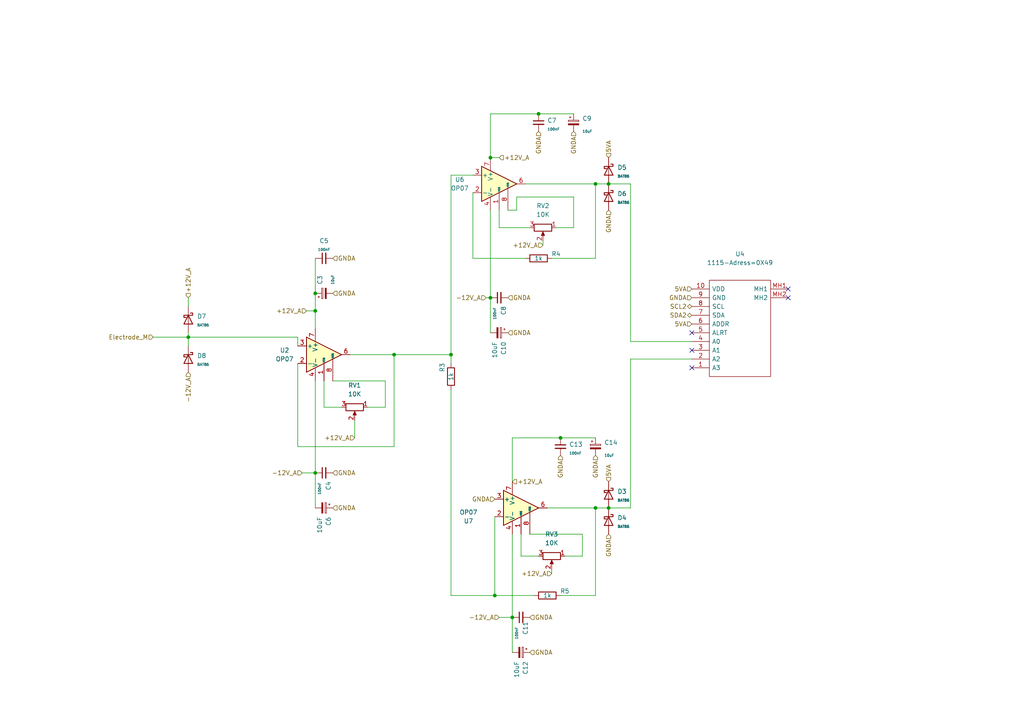
<source format=kicad_sch>
(kicad_sch (version 20211123) (generator eeschema)
  (paper "A4")
  (lib_symbols
    (symbol "1085:1085" (pin_names (offset 0.762))
      (property "Reference" "IC" (at 24.13 7.62 0))
      (property "Value" "1085" (at 24.13 5.08 0))
      (symbol "1085_0_0"
        (pin passive line (at 0 -22.86 0) (length 5.08) (name "A3") (number "1"))
        (pin passive line (at 0 0 0) (length 5.08) (name "VDD") (number "10"))
        (pin passive line (at 0 -20.32 0) (length 5.08) (name "A2") (number "2"))
        (pin passive line (at 0 -17.78 0) (length 5.08) (name "A1") (number "3"))
        (pin passive line (at 0 -15.24 0) (length 5.08) (name "A0") (number "4"))
        (pin passive line (at 0 -12.7 0) (length 5.08) (name "ALRT") (number "5"))
        (pin passive line (at 0 -10.16 0) (length 5.08) (name "ADDR") (number "6"))
        (pin passive line (at 0 -7.62 0) (length 5.08) (name "SDA") (number "7"))
        (pin passive line (at 0 -5.08 0) (length 5.08) (name "SCL") (number "8"))
        (pin passive line (at 0 -2.54 0) (length 5.08) (name "GND") (number "9"))
        (pin passive line (at 27.94 0 180) (length 5.08) (name "MH1") (number "MH1"))
        (pin passive line (at 27.94 -2.54 180) (length 5.08) (name "MH2") (number "MH2"))
      )
      (symbol "1085_0_1"
        (polyline (pts (xy 5.08 2.54) (xy 22.86 2.54) (xy 22.86 -25.4) (xy 5.08 -25.4) (xy 5.08 2.54)) (stroke (width 0.1524)))
      )
    )
    (symbol "Amplifier_Operational:OP07" (pin_names (offset 0.127))
      (property "Reference" "U" (at 1.27 6.35 0))
      (property "Value" "OP07" (at 1.27 3.81 0))
      (symbol "OP07_0_1"
        (polyline (pts (xy -5.08 5.08) (xy 5.08 0) (xy -5.08 -5.08) (xy -5.08 5.08)) (stroke (width 0.254)) (fill (type background)))
      )
      (symbol "OP07_1_1"
        (pin input line (at 0 -7.62 90) (length 5.08) (name "VOS") (number "1"))
        (pin input line (at -7.62 -2.54 0) (length 2.54) (name "-") (number "2"))
        (pin input line (at -7.62 2.54 0) (length 2.54) (name "+") (number "3"))
        (pin power_in line (at -2.54 -7.62 90) (length 3.81) (name "V-") (number "4"))
        (pin no_connect line (at 0 2.54 270) (length 2.54) hide (name "NC") (number "5"))
        (pin output line (at 7.62 0 180) (length 2.54) (name "~") (number "6"))
        (pin power_in line (at -2.54 7.62 270) (length 3.81) (name "V+") (number "7"))
        (pin input line (at 2.54 -7.62 90) (length 6.35) (name "VOS") (number "8"))
      )
    )
    (symbol "Device:C_Polarized_Small" (pin_numbers hide) (pin_names (offset 0.254) hide)
      (property "Reference" "C" (at 0.254 1.778 0))
      (property "Value" "C_Polarized_Small" (at 0.254 -2.032 0))
      (symbol "C_Polarized_Small_0_1"
        (rectangle (start -1.524 -0.3048) (end 1.524 -0.6858) (fill (type outline)))
        (rectangle (start -1.524 0.6858) (end 1.524 0.3048))
        (polyline (pts (xy -1.27 1.524) (xy -0.762 1.524)))
        (polyline (pts (xy -1.016 1.27) (xy -1.016 1.778)))
      )
      (symbol "C_Polarized_Small_1_1"
        (pin passive line (at 0 2.54 270) (length 1.8542) (name "~") (number "1"))
        (pin passive line (at 0 -2.54 90) (length 1.8542) (name "~") (number "2"))
      )
    )
    (symbol "Device:C_Small" (pin_numbers hide) (pin_names (offset 0.254) hide)
      (property "Reference" "C" (at 0.254 1.778 0))
      (property "Value" "C_Small" (at 0.254 -2.032 0))
      (symbol "C_Small_0_1"
        (polyline (pts (xy -1.524 -0.508) (xy 1.524 -0.508)) (stroke (width 0.3302)))
        (polyline (pts (xy -1.524 0.508) (xy 1.524 0.508)) (stroke (width 0.3048)))
      )
      (symbol "C_Small_1_1"
        (pin passive line (at 0 2.54 270) (length 2.032) (name "~") (number "1"))
        (pin passive line (at 0 -2.54 90) (length 2.032) (name "~") (number "2"))
      )
    )
    (symbol "Device:R" (pin_numbers hide) (pin_names (offset 0))
      (property "Reference" "R" (at 2.032 0 90))
      (property "Value" "R" (at 0 0 90))
      (symbol "R_0_1"
        (rectangle (start -1.016 -2.54) (end 1.016 2.54) (stroke (width 0.254)))
      )
      (symbol "R_1_1"
        (pin passive line (at 0 3.81 270) (length 1.27) (name "~") (number "1"))
        (pin passive line (at 0 -3.81 90) (length 1.27) (name "~") (number "2"))
      )
    )
    (symbol "Device:R_Potentiometer" (pin_names (offset 1.016) hide)
      (property "Reference" "RV" (at -4.445 0 90))
      (property "Value" "R_Potentiometer" (at -2.54 0 90))
      (symbol "R_Potentiometer_0_1"
        (polyline (pts (xy 2.54 0) (xy 1.524 0)))
        (polyline (pts (xy 1.143 0) (xy 2.286 0.508) (xy 2.286 -0.508) (xy 1.143 0)) (fill (type outline)))
        (rectangle (start 1.016 2.54) (end -1.016 -2.54) (stroke (width 0.254)))
      )
      (symbol "R_Potentiometer_1_1"
        (pin passive line (at 0 3.81 270) (length 1.27) (name "1") (number "1"))
        (pin passive line (at 3.81 0 180) (length 1.27) (name "2") (number "2"))
        (pin passive line (at 0 -3.81 90) (length 1.27) (name "3") (number "3"))
      )
    )
    (symbol "Diode:BAT86" (pin_numbers hide) (pin_names (offset 1.016) hide)
      (property "Reference" "D" (at 0 2.54 0))
      (property "Value" "BAT86" (at 0 -2.54 0))
      (symbol "BAT86_0_1"
        (polyline (pts (xy 1.27 0) (xy -1.27 0)))
        (polyline (pts (xy 1.27 1.27) (xy 1.27 -1.27) (xy -1.27 0) (xy 1.27 1.27)) (stroke (width 0.254)))
        (polyline (pts (xy -1.905 0.635) (xy -1.905 1.27) (xy -1.27 1.27) (xy -1.27 -1.27) (xy -0.635 -1.27) (xy -0.635 -0.635)) (stroke (width 0.254)))
      )
      (symbol "BAT86_1_1"
        (pin passive line (at -3.81 0 0) (length 2.54) (name "K") (number "1"))
        (pin passive line (at 3.81 0 180) (length 2.54) (name "A") (number "2"))
      )
    )
  )
  (junction (at 172.72 147.32))
  (junction (at 91.44 85.09))
  (junction (at 172.72 53.34))
  (junction (at 91.44 137.16))
  (junction (at 162.56 127))
  (junction (at 156.21 33.02))
  (junction (at 54.61 97.79))
  (junction (at 130.81 102.87))
  (junction (at 142.24 86.36))
  (junction (at 143.51 172.72))
  (junction (at 148.59 179.07))
  (junction (at 176.53 53.34))
  (junction (at 142.24 45.72))
  (junction (at 114.3 102.87))
  (junction (at 176.53 147.32))
  (junction (at 91.44 90.17))
  (no_connect (at 228.6 86.36))
  (no_connect (at 200.66 101.6))
  (no_connect (at 228.6 83.82))
  (no_connect (at 200.66 96.52))
  (no_connect (at 200.66 106.68))
  (wire (pts (xy 130.81 172.72) (xy 143.51 172.72)))
  (wire (pts (xy 96.52 110.49) (xy 111.76 110.49)))
  (wire (pts (xy 142.24 60.96) (xy 142.24 86.36)))
  (wire (pts (xy 148.59 127) (xy 148.59 139.7)))
  (wire (pts (xy 137.16 50.8) (xy 130.81 50.8)))
  (wire (pts (xy 91.44 110.49) (xy 91.44 137.16)))
  (wire (pts (xy 143.51 149.86) (xy 143.51 172.72)))
  (wire (pts (xy 144.78 60.96) (xy 144.78 66.04)))
  (wire (pts (xy 200.66 104.14) (xy 182.88 104.14)))
  (wire (pts (xy 114.3 102.87) (xy 114.3 129.54)))
  (wire (pts (xy 142.24 86.36) (xy 142.24 96.52)))
  (wire (pts (xy 157.48 69.85) (xy 157.48 71.12)))
  (wire (pts (xy 168.91 154.94) (xy 168.91 161.29)))
  (wire (pts (xy 142.24 33.02) (xy 142.24 45.72)))
  (wire (pts (xy 151.13 161.29) (xy 156.21 161.29)))
  (wire (pts (xy 111.76 118.11) (xy 106.68 118.11)))
  (wire (pts (xy 168.91 161.29) (xy 163.83 161.29)))
  (wire (pts (xy 91.44 137.16) (xy 91.44 147.32)))
  (wire (pts (xy 156.21 33.02) (xy 166.37 33.02)))
  (wire (pts (xy 102.87 121.92) (xy 102.87 127)))
  (wire (pts (xy 130.81 113.03) (xy 130.81 172.72)))
  (wire (pts (xy 172.72 147.32) (xy 176.53 147.32)))
  (wire (pts (xy 91.44 90.17) (xy 91.44 95.25)))
  (wire (pts (xy 172.72 53.34) (xy 152.4 53.34)))
  (wire (pts (xy 149.86 57.15) (xy 166.37 57.15)))
  (wire (pts (xy 182.88 147.32) (xy 176.53 147.32)))
  (wire (pts (xy 200.66 99.06) (xy 182.88 99.06)))
  (wire (pts (xy 182.88 53.34) (xy 182.88 99.06)))
  (wire (pts (xy 137.16 55.88) (xy 137.16 74.93)))
  (wire (pts (xy 148.59 154.94) (xy 148.59 179.07)))
  (wire (pts (xy 111.76 110.49) (xy 111.76 118.11)))
  (wire (pts (xy 54.61 86.36) (xy 54.61 88.9)))
  (wire (pts (xy 86.36 129.54) (xy 114.3 129.54)))
  (wire (pts (xy 176.53 53.34) (xy 182.88 53.34)))
  (wire (pts (xy 91.44 85.09) (xy 91.44 90.17)))
  (wire (pts (xy 130.81 102.87) (xy 130.81 105.41)))
  (wire (pts (xy 149.86 60.96) (xy 149.86 57.15)))
  (wire (pts (xy 172.72 172.72) (xy 172.72 147.32)))
  (wire (pts (xy 142.24 33.02) (xy 156.21 33.02)))
  (wire (pts (xy 182.88 104.14) (xy 182.88 147.32)))
  (wire (pts (xy 130.81 50.8) (xy 130.81 102.87)))
  (wire (pts (xy 88.9 90.17) (xy 91.44 90.17)))
  (wire (pts (xy 54.61 97.79) (xy 54.61 100.33)))
  (wire (pts (xy 172.72 53.34) (xy 176.53 53.34)))
  (wire (pts (xy 158.75 147.32) (xy 172.72 147.32)))
  (wire (pts (xy 172.72 53.34) (xy 172.72 74.93)))
  (wire (pts (xy 160.02 165.1) (xy 160.02 166.37)))
  (wire (pts (xy 172.72 74.93) (xy 160.02 74.93)))
  (wire (pts (xy 144.78 179.07) (xy 148.59 179.07)))
  (wire (pts (xy 91.44 74.93) (xy 91.44 85.09)))
  (wire (pts (xy 143.51 172.72) (xy 154.94 172.72)))
  (wire (pts (xy 54.61 97.79) (xy 86.36 97.79)))
  (wire (pts (xy 166.37 66.04) (xy 161.29 66.04)))
  (wire (pts (xy 101.6 102.87) (xy 114.3 102.87)))
  (wire (pts (xy 144.78 66.04) (xy 153.67 66.04)))
  (wire (pts (xy 151.13 154.94) (xy 151.13 161.29)))
  (wire (pts (xy 153.67 154.94) (xy 168.91 154.94)))
  (wire (pts (xy 86.36 105.41) (xy 86.36 129.54)))
  (wire (pts (xy 93.98 118.11) (xy 99.06 118.11)))
  (wire (pts (xy 162.56 127) (xy 172.72 127)))
  (wire (pts (xy 137.16 74.93) (xy 152.4 74.93)))
  (wire (pts (xy 87.63 137.16) (xy 91.44 137.16)))
  (wire (pts (xy 162.56 172.72) (xy 172.72 172.72)))
  (wire (pts (xy 140.97 86.36) (xy 142.24 86.36)))
  (wire (pts (xy 86.36 97.79) (xy 86.36 100.33)))
  (wire (pts (xy 93.98 110.49) (xy 93.98 118.11)))
  (wire (pts (xy 166.37 57.15) (xy 166.37 66.04)))
  (wire (pts (xy 148.59 179.07) (xy 148.59 189.23)))
  (wire (pts (xy 54.61 96.52) (xy 54.61 97.79)))
  (wire (pts (xy 114.3 102.87) (xy 130.81 102.87)))
  (wire (pts (xy 148.59 127) (xy 162.56 127)))
  (wire (pts (xy 147.32 60.96) (xy 149.86 60.96)))
  (wire (pts (xy 142.24 45.72) (xy 144.78 45.72)))
  (wire (pts (xy 44.45 97.79) (xy 54.61 97.79)))
  (hierarchical_label "GNDA" (shape input) (at 156.21 38.1 270))
  (hierarchical_label "5VA" (shape input) (at 200.66 93.98 180))
  (hierarchical_label "GNDA" (shape input) (at 176.53 60.96 270))
  (hierarchical_label "GNDA" (shape input) (at 96.52 147.32 0))
  (hierarchical_label "+12V_A" (shape input) (at 157.48 71.12 180))
  (hierarchical_label "+12V_A" (shape input) (at 148.59 139.7 0))
  (hierarchical_label "+12V_A" (shape input) (at 160.02 166.37 180))
  (hierarchical_label "GNDA" (shape input) (at 176.53 154.94 270))
  (hierarchical_label "-12V_A" (shape input) (at 87.63 137.16 180))
  (hierarchical_label "GNDA" (shape input) (at 96.52 137.16 0))
  (hierarchical_label "-12V_A" (shape input) (at 140.97 86.36 180))
  (hierarchical_label "SCL2" (shape bidirectional) (at 200.66 88.9 180))
  (hierarchical_label "+12V_A" (shape input) (at 144.78 45.72 0))
  (hierarchical_label "GNDA" (shape input) (at 96.52 74.93 0))
  (hierarchical_label "GNDA" (shape input) (at 162.56 132.08 270))
  (hierarchical_label "-12V_A" (shape input) (at 144.78 179.07 180))
  (hierarchical_label "GNDA" (shape input) (at 143.51 144.78 180))
  (hierarchical_label "SDA2" (shape bidirectional) (at 200.66 91.44 180))
  (hierarchical_label "GNDA" (shape input) (at 147.32 86.36 0))
  (hierarchical_label "GNDA" (shape input) (at 172.72 132.08 270))
  (hierarchical_label "Electrode_M" (shape input) (at 44.45 97.79 180))
  (hierarchical_label "GNDA" (shape input) (at 166.37 38.1 270))
  (hierarchical_label "5VA" (shape input) (at 176.53 45.72 90))
  (hierarchical_label "GNDA" (shape input) (at 147.32 96.52 0))
  (hierarchical_label "+12V_A" (shape input) (at 54.61 86.36 90))
  (hierarchical_label "5VA" (shape input) (at 176.53 139.7 90))
  (hierarchical_label "5VA" (shape input) (at 200.66 83.82 180))
  (hierarchical_label "+12V_A" (shape input) (at 88.9 90.17 180))
  (hierarchical_label "GNDA" (shape input) (at 153.67 189.23 0))
  (hierarchical_label "GNDA" (shape input) (at 96.52 85.09 0))
  (hierarchical_label "GNDA" (shape input) (at 153.67 179.07 0))
  (hierarchical_label "GNDA" (shape input) (at 200.66 86.36 180))
  (hierarchical_label "+12V_A" (shape input) (at 102.87 127 180))
  (hierarchical_label "-12V_A" (shape input) (at 54.61 107.95 270))
  (symbol (lib_id "Diode:BAT86") (at 54.61 104.14 270) (unit 1)
    (property "Reference" "D8" (at 57.15 103.1874 90) (effects (justify left)))
    (property "Value" "BAT86" (at 57.15 105.7274 90) (effects (font (size 0.75 0.75)) (justify left)))
    (property "Footprint" "Diode_THT:D_DO-35_SOD27_P7.62mm_Horizontal" (effects hide))
    (property "Datasheet" "https://assets.nexperia.com/documents/data-sheet/BAT86.pdf" (effects hide))
  )
  (symbol (lib_id "Device:C_Polarized_Small") (at 144.78 96.52 270) (unit 1)
    (property "Reference" "C10" (at 146.05 99.06 0) (effects (justify left)))
    (property "Value" "10uF" (at 143.51 99.06 0) (effects (justify left)))
    (property "Footprint" "Capacitor_THT:CP_Radial_D6.3mm_P2.50mm" (effects hide))
  )
  (symbol (lib_id "Device:C_Polarized_Small") (at 93.98 147.32 270) (unit 1)
    (property "Reference" "C6" (at 95.25 149.86 0) (effects (justify left)))
    (property "Value" "10uF" (at 92.71 149.86 0) (effects (justify left)))
    (property "Footprint" "Capacitor_THT:CP_Radial_D6.3mm_P2.50mm" (effects hide))
  )
  (symbol (lib_id "Diode:BAT86") (at 54.61 92.71 270) (unit 1)
    (property "Reference" "D7" (at 57.15 91.7574 90) (effects (justify left)))
    (property "Value" "BAT86" (at 57.15 94.2974 90) (effects (font (size 0.75 0.75)) (justify left)))
    (property "Footprint" "Diode_THT:D_DO-35_SOD27_P7.62mm_Horizontal" (effects hide))
    (property "Datasheet" "https://assets.nexperia.com/documents/data-sheet/BAT86.pdf" (effects hide))
  )
  (symbol (lib_id "Device:C_Polarized_Small") (at 166.37 35.56 0) (unit 1)
    (property "Reference" "C9" (at 168.91 34.3788 0) (effects (justify left)))
    (property "Value" "10uF" (at 168.91 38.1 0) (effects (font (size 0.75 0.75)) (justify left)))
    (property "Footprint" "Capacitor_THT:CP_Radial_D6.3mm_P2.50mm" (effects hide))
  )
  (symbol (lib_id "Device:R") (at 158.75 172.72 90) (unit 1)
    (property "Reference" "R5" (at 163.83 171.45 90))
    (property "Value" "1k" (at 158.75 172.72 90))
    (property "Footprint" "Resistor_THT:R_Axial_DIN0207_L6.3mm_D2.5mm_P7.62mm_Horizontal" (effects hide))
  )
  (symbol (lib_id "Device:C_Small") (at 162.56 129.54 0) (unit 1)
    (property "Reference" "C13" (at 165.1 128.9112 0) (effects (justify left)))
    (property "Value" "100nF" (at 165.1 131.4512 0) (effects (font (size 0.75 0.75)) (justify left)))
    (property "Footprint" "Capacitor_THT:C_Disc_D8.0mm_W2.5mm_P5.00mm" (effects hide))
  )
  (symbol (lib_id "Amplifier_Operational:OP07") (at 151.13 147.32 0) (unit 1)
    (property "Reference" "U7" (at 135.89 151.13 0))
    (property "Value" "OP07" (at 135.89 148.59 0))
    (property "Footprint" "Package_DIP:DIP-8_W7.62mm" (effects hide))
    (property "Datasheet" "https://www.analog.com/media/en/technical-documentation/data-sheets/OP07.pdf" (effects hide))
  )
  (symbol (lib_id "Device:C_Small") (at 93.98 74.93 90) (unit 1)
    (property "Reference" "C5" (at 93.9863 69.85 90))
    (property "Value" "100nF" (at 93.9863 72.39 90) (effects (font (size 0.75 0.75))))
    (property "Footprint" "Capacitor_THT:C_Disc_D8.0mm_W2.5mm_P5.00mm" (effects hide))
  )
  (symbol (lib_id "Amplifier_Operational:OP07") (at 93.98 102.87 0) (unit 1)
    (property "Reference" "U2" (at 82.55 101.6 0))
    (property "Value" "OP07" (at 82.55 104.14 0))
    (property "Footprint" "Package_DIP:DIP-8_W7.62mm" (effects hide))
    (property "Datasheet" "https://www.analog.com/media/en/technical-documentation/data-sheets/OP07.pdf" (effects hide))
  )
  (symbol (lib_id "Device:R_Potentiometer") (at 160.02 161.29 270) (unit 1)
    (property "Reference" "RV3" (at 160.02 154.94 90))
    (property "Value" "10K" (at 160.02 157.48 90))
    (property "Footprint" "Potentiometer_THT:Potentiometer_Bourns_3296W_Vertical" (effects hide))
  )
  (symbol (lib_id "Diode:BAT86") (at 176.53 57.15 270) (unit 1)
    (property "Reference" "D6" (at 179.07 56.1974 90) (effects (justify left)))
    (property "Value" "BAT86" (at 179.07 58.7374 90) (effects (font (size 0.75 0.75)) (justify left)))
    (property "Footprint" "Diode_THT:D_DO-35_SOD27_P7.62mm_Horizontal" (effects hide))
    (property "Datasheet" "https://assets.nexperia.com/documents/data-sheet/BAT86.pdf" (effects hide))
  )
  (symbol (lib_id "Device:R_Potentiometer") (at 157.48 66.04 270) (unit 1)
    (property "Reference" "RV2" (at 157.48 59.69 90))
    (property "Value" "10K" (at 157.48 62.23 90))
    (property "Footprint" "Potentiometer_THT:Potentiometer_Bourns_3296W_Vertical" (effects hide))
  )
  (symbol (lib_id "Device:C_Small") (at 144.78 86.36 90) (unit 1)
    (property "Reference" "C8" (at 146.05 91.44 0) (effects (justify left)))
    (property "Value" "100nF" (at 143.51 92.71 0) (effects (font (size 0.75 0.75)) (justify left)))
    (property "Footprint" "Capacitor_THT:C_Disc_D8.0mm_W2.5mm_P5.00mm" (effects hide))
  )
  (symbol (lib_id "Amplifier_Operational:OP07") (at 144.78 53.34 0) (unit 1)
    (property "Reference" "U6" (at 133.35 52.07 0))
    (property "Value" "OP07" (at 133.35 54.61 0))
    (property "Footprint" "Package_DIP:DIP-8_W7.62mm" (effects hide))
    (property "Datasheet" "https://www.analog.com/media/en/technical-documentation/data-sheets/OP07.pdf" (effects hide))
  )
  (symbol (lib_id "1085:1085") (at 200.66 83.82 0) (unit 1)
    (property "Reference" "U4" (at 214.63 73.66 0))
    (property "Value" "1115-Adress=0X49" (at 214.63 76.2 0))
    (property "Footprint" "1085:1085" (effects hide))
    (property "Datasheet" "https://cdn-shop.adafruit.com/datasheets/ads1115.pdf" (effects hide))
    (property "MAXIMUM_PACKAGE_HEIGHT" "N/A" (effects hide))
    (property "PARTREV" "N/A" (effects hide))
    (property "STANDARD" "Manufacturer Recommendations" (effects hide))
    (property "Description" "Data Conversion IC Development Tools ADS1115 16-Bit ADC - 4 Channel with Programmable Gain Amplifier" (effects hide))
    (property "Height" "5" (effects hide))
    (property "Manufacturer_Name" "Adafruit" (effects hide))
    (property "Manufacturer_Part_Number" "1085" (effects hide))
    (property "Mouser Part Number" "485-1085" (effects hide))
    (property "Mouser Price/Stock" "https://www.mouser.co.uk/ProductDetail/Adafruit/1085?qs=GURawfaeGuCW8oufi8WauA%3D%3D" (effects hide))
    (property "Arrow Part Number" "1085" (effects hide))
    (property "Arrow Price/Stock" "https://www.arrow.com/en/products/1085/adafruit-industries?region=nac" (effects hide))
  )
  (symbol (lib_id "Device:C_Polarized_Small") (at 151.13 189.23 270) (unit 1)
    (property "Reference" "C12" (at 152.4 191.77 0) (effects (justify left)))
    (property "Value" "10uF" (at 149.86 191.77 0) (effects (justify left)))
    (property "Footprint" "Capacitor_THT:CP_Radial_D6.3mm_P2.50mm" (effects hide))
  )
  (symbol (lib_id "Diode:BAT86") (at 176.53 143.51 270) (unit 1)
    (property "Reference" "D3" (at 179.07 142.5574 90) (effects (justify left)))
    (property "Value" "BAT86" (at 179.07 145.0974 90) (effects (font (size 0.75 0.75)) (justify left)))
    (property "Footprint" "Diode_THT:D_DO-35_SOD27_P7.62mm_Horizontal" (effects hide))
    (property "Datasheet" "https://assets.nexperia.com/documents/data-sheet/BAT86.pdf" (effects hide))
  )
  (symbol (lib_id "Diode:BAT86") (at 176.53 151.13 270) (unit 1)
    (property "Reference" "D4" (at 179.07 150.1774 90) (effects (justify left)))
    (property "Value" "BAT86" (at 179.07 152.7174 90) (effects (font (size 0.75 0.75)) (justify left)))
    (property "Footprint" "Diode_THT:D_DO-35_SOD27_P7.62mm_Horizontal" (effects hide))
    (property "Datasheet" "https://assets.nexperia.com/documents/data-sheet/BAT86.pdf" (effects hide))
  )
  (symbol (lib_id "Device:C_Polarized_Small") (at 93.98 85.09 90) (unit 1)
    (property "Reference" "C3" (at 92.7988 82.55 0) (effects (justify left)))
    (property "Value" "10uF" (at 96.52 82.55 0) (effects (font (size 0.75 0.75)) (justify left)))
    (property "Footprint" "Capacitor_THT:CP_Radial_D6.3mm_P2.50mm" (effects hide))
  )
  (symbol (lib_id "Device:C_Small") (at 151.13 179.07 90) (unit 1)
    (property "Reference" "C11" (at 152.4 184.15 0) (effects (justify left)))
    (property "Value" "100nF" (at 149.86 185.42 0) (effects (font (size 0.75 0.75)) (justify left)))
    (property "Footprint" "Capacitor_THT:C_Disc_D8.0mm_W2.5mm_P5.00mm" (effects hide))
  )
  (symbol (lib_id "Device:R") (at 130.81 109.22 0) (unit 1)
    (property "Reference" "R3" (at 128.27 107.95 90) (effects (justify left)))
    (property "Value" "1k" (at 130.81 110.49 90) (effects (justify left)))
    (property "Footprint" "Resistor_THT:R_Axial_DIN0207_L6.3mm_D2.5mm_P7.62mm_Horizontal" (effects hide))
  )
  (symbol (lib_id "Device:C_Small") (at 93.98 137.16 90) (unit 1)
    (property "Reference" "C4" (at 95.25 142.24 0) (effects (justify left)))
    (property "Value" "100nF" (at 92.71 143.51 0) (effects (font (size 0.75 0.75)) (justify left)))
    (property "Footprint" "Capacitor_THT:C_Disc_D8.0mm_W2.5mm_P5.00mm" (effects hide))
  )
  (symbol (lib_id "Device:R") (at 156.21 74.93 90) (unit 1)
    (property "Reference" "R4" (at 161.29 73.66 90))
    (property "Value" "1k" (at 156.21 74.93 90))
    (property "Footprint" "Resistor_THT:R_Axial_DIN0207_L6.3mm_D2.5mm_P7.62mm_Horizontal" (effects hide))
  )
  (symbol (lib_id "Device:R_Potentiometer") (at 102.87 118.11 270) (unit 1)
    (property "Reference" "RV1" (at 102.87 111.76 90))
    (property "Value" "10K" (at 102.87 114.3 90))
    (property "Footprint" "Potentiometer_THT:Potentiometer_Bourns_3296W_Vertical" (effects hide))
  )
  (symbol (lib_id "Diode:BAT86") (at 176.53 49.53 270) (unit 1)
    (property "Reference" "D5" (at 179.07 48.5774 90) (effects (justify left)))
    (property "Value" "BAT86" (at 179.07 51.1174 90) (effects (font (size 0.75 0.75)) (justify left)))
    (property "Footprint" "Diode_THT:D_DO-35_SOD27_P7.62mm_Horizontal" (effects hide))
    (property "Datasheet" "https://assets.nexperia.com/documents/data-sheet/BAT86.pdf" (effects hide))
  )
  (symbol (lib_id "Device:C_Small") (at 156.21 35.56 0) (unit 1)
    (property "Reference" "C7" (at 158.75 34.9312 0) (effects (justify left)))
    (property "Value" "100nF" (at 158.75 37.4712 0) (effects (font (size 0.75 0.75)) (justify left)))
    (property "Footprint" "Capacitor_THT:C_Disc_D8.0mm_W2.5mm_P5.00mm" (effects hide))
  )
  (symbol (lib_id "Device:C_Polarized_Small") (at 172.72 129.54 0) (unit 1)
    (property "Reference" "C14" (at 175.26 128.3588 0) (effects (justify left)))
    (property "Value" "10uF" (at 175.26 132.08 0) (effects (font (size 0.75 0.75)) (justify left)))
    (property "Footprint" "Capacitor_THT:CP_Radial_D6.3mm_P2.50mm" (effects hide))
  )
)
</source>
